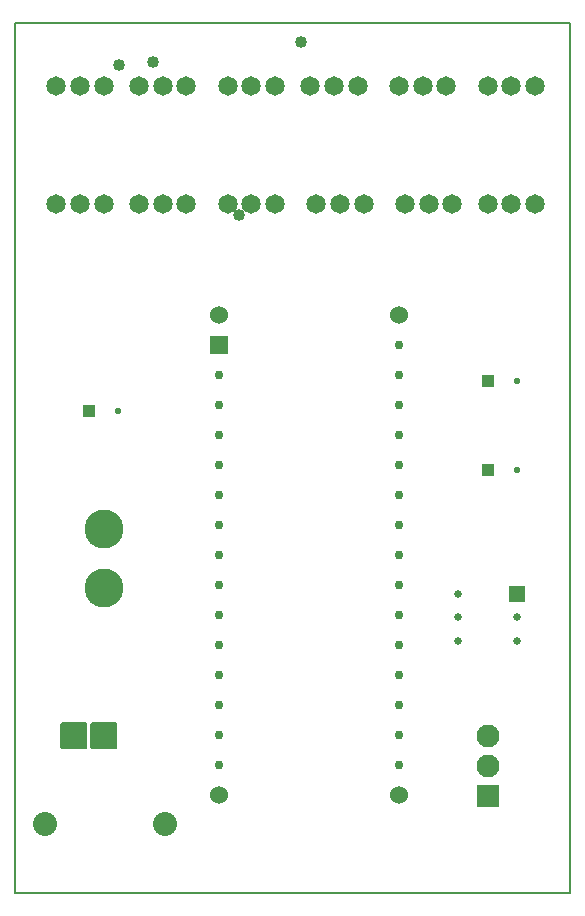
<source format=gbr>
G04 PROTEUS RS274X GERBER FILE*
%FSLAX45Y45*%
%MOMM*%
G01*
%ADD73C,1.016000*%
%AMPPAD024*
4,1,4,
-0.755000,0.755000,
0.755000,0.755000,
0.755000,-0.755000,
-0.755000,-0.755000,
-0.755000,0.755000,
0*%
%ADD30PPAD024*%
%ADD31C,0.750000*%
%ADD14C,1.524000*%
%ADD32C,1.651000*%
%ADD33C,3.302000*%
%ADD34C,2.032000*%
%ADD35C,0.550000*%
%AMPPAD030*
4,1,4,
-0.550000,0.550000,
0.550000,0.550000,
0.550000,-0.550000,
-0.550000,-0.550000,
-0.550000,0.550000,
0*%
%ADD36PPAD030*%
%AMPPAD031*
4,1,4,
0.654050,0.654050,
0.654050,-0.654050,
-0.654050,-0.654050,
-0.654050,0.654050,
0.654050,0.654050,
0*%
%ADD37PPAD031*%
%ADD38C,0.650000*%
%AMPPAD033*
4,1,4,
-0.970000,-0.970000,
-0.970000,0.970000,
0.970000,0.970000,
0.970000,-0.970000,
-0.970000,-0.970000,
0*%
%ADD39PPAD033*%
%ADD23C,1.940000*%
%AMPPAD034*
4,1,36,
-1.016000,1.143000,
1.016000,1.143000,
1.041970,1.140470,
1.065980,1.133200,
1.087580,1.121650,
1.106290,1.106290,
1.121650,1.087570,
1.133200,1.065980,
1.140470,1.041970,
1.143000,1.016000,
1.143000,-1.016000,
1.140470,-1.041970,
1.133200,-1.065980,
1.121650,-1.087570,
1.106290,-1.106290,
1.087580,-1.121650,
1.065980,-1.133200,
1.041970,-1.140470,
1.016000,-1.143000,
-1.016000,-1.143000,
-1.041970,-1.140470,
-1.065980,-1.133200,
-1.087580,-1.121650,
-1.106290,-1.106290,
-1.121650,-1.087570,
-1.133200,-1.065980,
-1.140470,-1.041970,
-1.143000,-1.016000,
-1.143000,1.016000,
-1.140470,1.041970,
-1.133200,1.065980,
-1.121650,1.087570,
-1.106290,1.106290,
-1.087580,1.121650,
-1.065980,1.133200,
-1.041970,1.140470,
-1.016000,1.143000,
0*%
%ADD40PPAD034*%
%ADD25C,0.203200*%
D73*
X+6896862Y+8407313D03*
X+6800000Y+8500000D03*
X+7422132Y+9867835D03*
X+5880156Y+9673559D03*
X+6165309Y+9698922D03*
D30*
X+6726000Y+7306000D03*
D31*
X+6726000Y+7052000D03*
X+6726000Y+6798000D03*
X+6726000Y+6544000D03*
X+6726000Y+6290000D03*
X+6726000Y+6036000D03*
X+6726000Y+5782000D03*
X+6726000Y+5528000D03*
X+6726000Y+5274000D03*
X+6726000Y+5020000D03*
X+6726000Y+4766000D03*
X+6726000Y+4512000D03*
X+6726000Y+4258000D03*
X+6726000Y+4004000D03*
X+6726000Y+3750000D03*
X+8250000Y+3750000D03*
X+8250000Y+4004000D03*
X+8250000Y+4258000D03*
X+8250000Y+4512000D03*
X+8250000Y+4766000D03*
X+8250000Y+5020000D03*
X+8250000Y+5274000D03*
X+8250000Y+5528000D03*
X+8250000Y+5782000D03*
X+8250000Y+6036000D03*
X+8250000Y+6290000D03*
X+8250000Y+6544000D03*
X+8250000Y+6798000D03*
X+8250000Y+7052000D03*
X+8250000Y+7306000D03*
D14*
X+6726000Y+3496000D03*
X+8250000Y+3496000D03*
X+6726000Y+7560000D03*
X+8250000Y+7560000D03*
D32*
X+5750000Y+9500000D03*
X+5550000Y+9500000D03*
X+5350000Y+9500000D03*
X+6450000Y+9500000D03*
X+6250000Y+9500000D03*
X+6050000Y+9500000D03*
X+7200000Y+9500000D03*
X+7000000Y+9500000D03*
X+6800000Y+9500000D03*
X+7900000Y+9500000D03*
X+7700000Y+9500000D03*
X+7500000Y+9500000D03*
X+8650000Y+9500000D03*
X+8450000Y+9500000D03*
X+8250000Y+9500000D03*
X+9400000Y+9500000D03*
X+9200000Y+9500000D03*
X+9000000Y+9500000D03*
X+5750000Y+8500000D03*
X+5550000Y+8500000D03*
X+5350000Y+8500000D03*
X+6450000Y+8500000D03*
X+6250000Y+8500000D03*
X+6050000Y+8500000D03*
X+7200000Y+8500000D03*
X+7000000Y+8500000D03*
X+6800000Y+8500000D03*
X+7950000Y+8500000D03*
X+7750000Y+8500000D03*
X+7550000Y+8500000D03*
X+8700000Y+8500000D03*
X+8500000Y+8500000D03*
X+8300000Y+8500000D03*
X+9400000Y+8500000D03*
X+9200000Y+8500000D03*
X+9000000Y+8500000D03*
D33*
X+5750000Y+5250000D03*
X+5750000Y+5750380D03*
D34*
X+5250000Y+3250000D03*
X+6266000Y+3250000D03*
D35*
X+9250000Y+7000000D03*
D36*
X+9000000Y+7000000D03*
D35*
X+9250000Y+6250000D03*
D36*
X+9000000Y+6250000D03*
D35*
X+5875000Y+6750000D03*
D36*
X+5625000Y+6750000D03*
D37*
X+9250000Y+5200000D03*
D38*
X+9250000Y+5000000D03*
X+9250000Y+4800000D03*
X+8750000Y+5200000D03*
X+8750000Y+5000000D03*
X+8750000Y+4800000D03*
D39*
X+9000000Y+3492000D03*
D23*
X+9000000Y+3746000D03*
X+9000000Y+4000000D03*
D40*
X+5500000Y+4000000D03*
X+5754000Y+4000000D03*
D25*
X+5000000Y+2667000D02*
X+9699000Y+2667000D01*
X+9699000Y+10033000D01*
X+5000000Y+10033000D01*
X+5000000Y+2667000D01*
M02*

</source>
